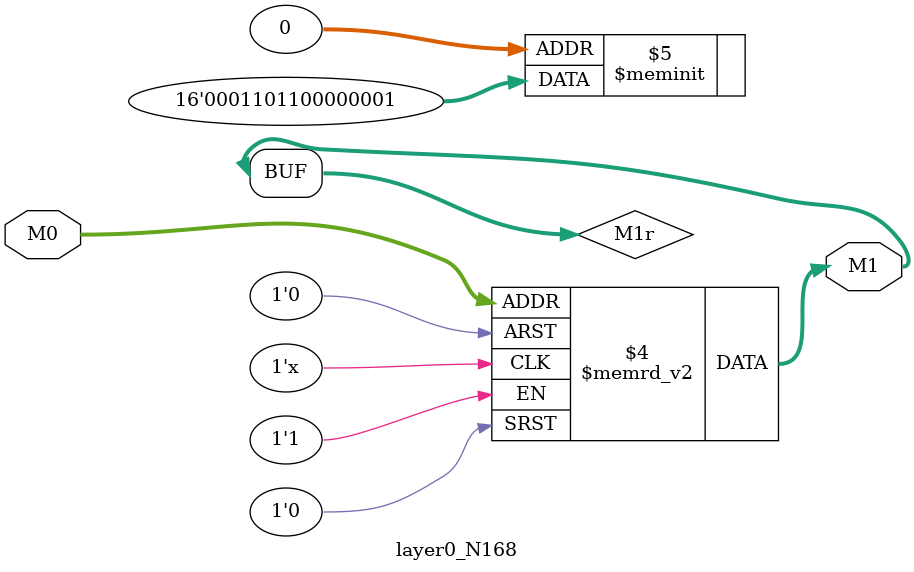
<source format=v>
module layer0_N168 ( input [2:0] M0, output [1:0] M1 );

	(*rom_style = "distributed" *) reg [1:0] M1r;
	assign M1 = M1r;
	always @ (M0) begin
		case (M0)
			3'b000: M1r = 2'b01;
			3'b100: M1r = 2'b11;
			3'b010: M1r = 2'b00;
			3'b110: M1r = 2'b01;
			3'b001: M1r = 2'b00;
			3'b101: M1r = 2'b10;
			3'b011: M1r = 2'b00;
			3'b111: M1r = 2'b00;

		endcase
	end
endmodule

</source>
